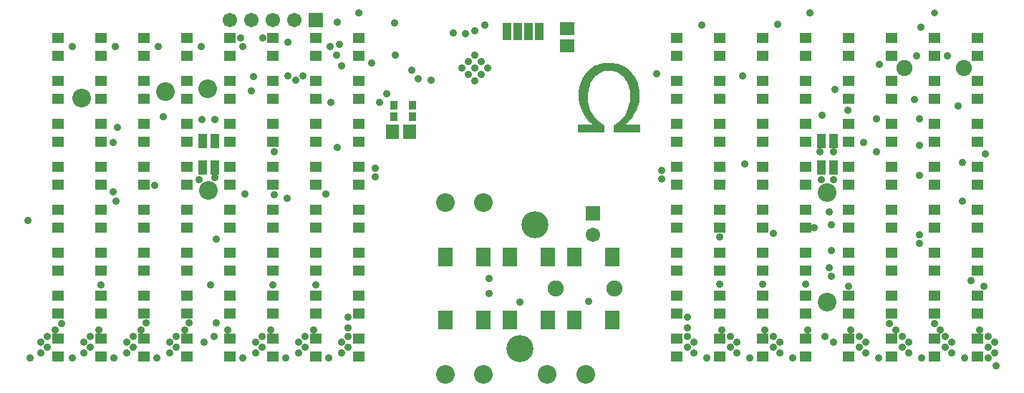
<source format=gts>
G04*
G04 #@! TF.GenerationSoftware,Altium Limited,Altium Designer,18.1.9 (240)*
G04*
G04 Layer_Color=8388736*
%FSLAX25Y25*%
%MOIN*%
G70*
G01*
G75*
%ADD21R,0.03950X0.07887*%
%ADD22R,0.03398X0.04343*%
%ADD23R,0.03398X0.04343*%
%ADD24R,0.06706X0.08674*%
%ADD25R,0.04343X0.06706*%
%ADD26R,0.05524X0.05131*%
%ADD27R,0.06312X0.06706*%
%ADD28R,0.06706X0.06312*%
%ADD29C,0.08674*%
%ADD30R,0.06706X0.06706*%
%ADD31C,0.06706*%
%ADD32R,0.06706X0.06706*%
%ADD33C,0.03599*%
%ADD34C,0.03600*%
%ADD35C,0.03200*%
%ADD36C,0.12611*%
%ADD37C,0.07500*%
G36*
X443112Y272567D02*
X443911Y272533D01*
X444674Y272428D01*
X445369Y272290D01*
X446063Y272151D01*
X446688Y271977D01*
X447278Y271769D01*
X447834Y271595D01*
X448320Y271422D01*
X448737Y271213D01*
X449119Y271040D01*
X449431Y270901D01*
X449674Y270762D01*
X449848Y270692D01*
X449952Y270623D01*
X449987Y270588D01*
X450577Y270206D01*
X451098Y269790D01*
X451618Y269338D01*
X452105Y268887D01*
X452556Y268436D01*
X452938Y267984D01*
X453320Y267533D01*
X453632Y267082D01*
X453945Y266700D01*
X454188Y266318D01*
X454431Y265971D01*
X454604Y265693D01*
X454743Y265450D01*
X454847Y265241D01*
X454882Y265137D01*
X454917Y265103D01*
X455229Y264443D01*
X455472Y263783D01*
X455715Y263123D01*
X455924Y262429D01*
X456236Y261144D01*
X456340Y260520D01*
X456445Y259929D01*
X456514Y259374D01*
X456549Y258888D01*
X456583Y258436D01*
X456618Y258054D01*
X456653Y257742D01*
Y257534D01*
Y257360D01*
Y257325D01*
X456618Y256596D01*
X456583Y255867D01*
X456375Y254444D01*
X456028Y253089D01*
X455611Y251839D01*
X455125Y250624D01*
X454570Y249513D01*
X453979Y248472D01*
X453354Y247534D01*
X452729Y246701D01*
X452139Y245972D01*
X451584Y245312D01*
X451098Y244757D01*
X450681Y244340D01*
X450334Y244027D01*
X450125Y243854D01*
X450091Y243784D01*
X457000D01*
Y240000D01*
X444570D01*
Y243541D01*
X445265Y243923D01*
X445924Y244305D01*
X446549Y244722D01*
X447105Y245173D01*
X447660Y245659D01*
X448146Y246145D01*
X448598Y246666D01*
X449014Y247187D01*
X449778Y248298D01*
X450403Y249409D01*
X450889Y250520D01*
X451306Y251631D01*
X451618Y252673D01*
X451861Y253645D01*
X452035Y254548D01*
X452139Y255346D01*
X452209Y255693D01*
X452243Y256006D01*
Y256249D01*
X452278Y256492D01*
Y256666D01*
Y256804D01*
Y256874D01*
Y256909D01*
X452243Y257846D01*
X452174Y258749D01*
X452035Y259582D01*
X451861Y260381D01*
X451653Y261144D01*
X451410Y261839D01*
X451167Y262499D01*
X450924Y263089D01*
X450681Y263644D01*
X450438Y264096D01*
X450195Y264512D01*
X449987Y264860D01*
X449813Y265137D01*
X449674Y265311D01*
X449605Y265450D01*
X449570Y265484D01*
X449049Y266109D01*
X448494Y266630D01*
X447903Y267116D01*
X447313Y267498D01*
X446688Y267845D01*
X446098Y268123D01*
X445508Y268366D01*
X444952Y268540D01*
X444397Y268713D01*
X443911Y268818D01*
X443494Y268887D01*
X443077Y268922D01*
X442765Y268956D01*
X442556Y268991D01*
X442348D01*
X441550Y268956D01*
X440786Y268852D01*
X440057Y268679D01*
X439397Y268436D01*
X438772Y268193D01*
X438182Y267880D01*
X437626Y267568D01*
X437140Y267255D01*
X436724Y266943D01*
X436342Y266630D01*
X435994Y266318D01*
X435717Y266075D01*
X435508Y265832D01*
X435369Y265658D01*
X435265Y265554D01*
X435231Y265519D01*
X434745Y264860D01*
X434328Y264130D01*
X433946Y263401D01*
X433633Y262672D01*
X433356Y261943D01*
X433113Y261179D01*
X432939Y260485D01*
X432800Y259790D01*
X432696Y259131D01*
X432592Y258541D01*
X432522Y258020D01*
X432488Y257568D01*
X432453Y257186D01*
Y256909D01*
Y256735D01*
Y256666D01*
X432488Y255798D01*
X432522Y254964D01*
X432627Y254131D01*
X432800Y253367D01*
X433147Y251909D01*
X433668Y250590D01*
X434224Y249409D01*
X434883Y248333D01*
X435578Y247361D01*
X436307Y246527D01*
X437036Y245798D01*
X437730Y245173D01*
X438355Y244687D01*
X438946Y244271D01*
X439432Y243923D01*
X439814Y243715D01*
X439953Y243646D01*
X440057Y243576D01*
X440126Y243541D01*
X440161D01*
Y240000D01*
X427731D01*
Y243784D01*
X434710D01*
X434120Y244305D01*
X433529Y244861D01*
X433008Y245382D01*
X432522Y245937D01*
X431620Y247083D01*
X430891Y248229D01*
X430231Y249374D01*
X429710Y250485D01*
X429259Y251596D01*
X428911Y252638D01*
X428634Y253610D01*
X428425Y254513D01*
X428287Y255311D01*
X428182Y255971D01*
X428148Y256284D01*
X428113Y256561D01*
Y256770D01*
X428078Y256978D01*
Y257117D01*
Y257221D01*
Y257291D01*
Y257325D01*
X428113Y258193D01*
X428148Y259027D01*
X428252Y259825D01*
X428391Y260589D01*
X428530Y261318D01*
X428703Y261978D01*
X428877Y262603D01*
X429050Y263193D01*
X429224Y263679D01*
X429398Y264165D01*
X429571Y264547D01*
X429710Y264860D01*
X429849Y265137D01*
X429953Y265346D01*
X429988Y265450D01*
X430023Y265484D01*
X430405Y266109D01*
X430786Y266700D01*
X431168Y267255D01*
X431585Y267776D01*
X432002Y268227D01*
X432418Y268679D01*
X432800Y269061D01*
X433182Y269408D01*
X433529Y269720D01*
X433877Y269998D01*
X434154Y270241D01*
X434432Y270415D01*
X434640Y270554D01*
X434779Y270692D01*
X434883Y270727D01*
X434918Y270762D01*
X435474Y271074D01*
X436064Y271387D01*
X436689Y271630D01*
X437314Y271838D01*
X438529Y272151D01*
X439709Y272359D01*
X440230Y272463D01*
X440716Y272498D01*
X441168Y272533D01*
X441550Y272567D01*
X441862Y272602D01*
X442279D01*
X443112Y272567D01*
D02*
G37*
D21*
X395000Y287000D02*
D03*
X400000D02*
D03*
X405000D02*
D03*
X410000D02*
D03*
D22*
X342200Y247300D02*
D03*
D23*
X350800D02*
D03*
Y252700D02*
D03*
X342200D02*
D03*
D24*
X426142Y152736D02*
D03*
X443858Y152736D02*
D03*
X426142Y182264D02*
D03*
X443858D02*
D03*
X396142Y152736D02*
D03*
X413858D02*
D03*
X396142Y182264D02*
D03*
X413858D02*
D03*
X366142Y152736D02*
D03*
X383858Y152736D02*
D03*
X366142Y182264D02*
D03*
X383858Y182264D02*
D03*
D25*
X253205Y223898D02*
D03*
X258785D02*
D03*
X253215Y236102D02*
D03*
X258785D02*
D03*
X541205Y223898D02*
D03*
X546785D02*
D03*
X541215Y236102D02*
D03*
X546785D02*
D03*
D26*
X186000Y144134D02*
D03*
Y135866D02*
D03*
Y164134D02*
D03*
Y155866D02*
D03*
Y184134D02*
D03*
Y175866D02*
D03*
Y204134D02*
D03*
Y195866D02*
D03*
Y224134D02*
D03*
Y215866D02*
D03*
Y244134D02*
D03*
Y235866D02*
D03*
Y264134D02*
D03*
Y255866D02*
D03*
Y284134D02*
D03*
Y275866D02*
D03*
X206000Y144134D02*
D03*
Y135866D02*
D03*
Y164134D02*
D03*
Y155866D02*
D03*
Y184134D02*
D03*
Y175866D02*
D03*
Y204134D02*
D03*
Y195866D02*
D03*
Y224134D02*
D03*
Y215866D02*
D03*
Y244134D02*
D03*
Y235866D02*
D03*
Y264134D02*
D03*
Y255866D02*
D03*
Y284134D02*
D03*
Y275866D02*
D03*
X226000Y144134D02*
D03*
Y135866D02*
D03*
Y164134D02*
D03*
Y155866D02*
D03*
Y184134D02*
D03*
Y175866D02*
D03*
Y204134D02*
D03*
Y195866D02*
D03*
Y224134D02*
D03*
Y215866D02*
D03*
Y244134D02*
D03*
Y235866D02*
D03*
Y264134D02*
D03*
Y255866D02*
D03*
Y284134D02*
D03*
Y275866D02*
D03*
X246000Y144134D02*
D03*
Y135866D02*
D03*
Y164134D02*
D03*
Y155866D02*
D03*
Y184134D02*
D03*
Y175866D02*
D03*
Y204134D02*
D03*
Y195866D02*
D03*
Y224134D02*
D03*
Y215866D02*
D03*
Y244134D02*
D03*
Y235866D02*
D03*
Y264134D02*
D03*
Y255866D02*
D03*
Y284134D02*
D03*
Y275866D02*
D03*
X266000Y144134D02*
D03*
Y135866D02*
D03*
Y164134D02*
D03*
Y155866D02*
D03*
Y184134D02*
D03*
Y175866D02*
D03*
Y204134D02*
D03*
Y195866D02*
D03*
Y224134D02*
D03*
Y215866D02*
D03*
Y244134D02*
D03*
Y235866D02*
D03*
Y264134D02*
D03*
Y255866D02*
D03*
Y284134D02*
D03*
Y275866D02*
D03*
X286000Y144134D02*
D03*
Y135866D02*
D03*
Y164134D02*
D03*
Y155866D02*
D03*
Y184134D02*
D03*
Y175866D02*
D03*
Y204134D02*
D03*
Y195866D02*
D03*
Y224134D02*
D03*
Y215866D02*
D03*
Y244134D02*
D03*
Y235866D02*
D03*
Y264134D02*
D03*
Y255866D02*
D03*
Y284134D02*
D03*
Y275866D02*
D03*
X306000Y144134D02*
D03*
Y135866D02*
D03*
Y164134D02*
D03*
Y155866D02*
D03*
Y184134D02*
D03*
Y175866D02*
D03*
Y204134D02*
D03*
Y195866D02*
D03*
Y224134D02*
D03*
Y215866D02*
D03*
Y244134D02*
D03*
Y235866D02*
D03*
Y264134D02*
D03*
Y255866D02*
D03*
Y284134D02*
D03*
Y275866D02*
D03*
X326000Y144134D02*
D03*
Y135866D02*
D03*
Y164134D02*
D03*
Y155866D02*
D03*
Y184134D02*
D03*
Y175866D02*
D03*
Y204134D02*
D03*
Y195866D02*
D03*
Y224134D02*
D03*
Y215866D02*
D03*
Y244134D02*
D03*
Y235866D02*
D03*
Y264134D02*
D03*
Y255866D02*
D03*
Y284134D02*
D03*
Y275866D02*
D03*
X474000Y144134D02*
D03*
Y135866D02*
D03*
Y164134D02*
D03*
Y155866D02*
D03*
Y184134D02*
D03*
Y175866D02*
D03*
Y204134D02*
D03*
Y195866D02*
D03*
Y224134D02*
D03*
Y215866D02*
D03*
Y244134D02*
D03*
Y235866D02*
D03*
Y264134D02*
D03*
Y255866D02*
D03*
Y284134D02*
D03*
Y275866D02*
D03*
X494000Y144134D02*
D03*
Y135866D02*
D03*
Y164134D02*
D03*
Y155866D02*
D03*
Y184134D02*
D03*
Y175866D02*
D03*
Y204134D02*
D03*
Y195866D02*
D03*
Y224134D02*
D03*
Y215866D02*
D03*
Y244134D02*
D03*
Y235866D02*
D03*
Y264134D02*
D03*
Y255866D02*
D03*
Y284134D02*
D03*
Y275866D02*
D03*
X514000Y144134D02*
D03*
Y135866D02*
D03*
Y164134D02*
D03*
Y155866D02*
D03*
Y184134D02*
D03*
Y175866D02*
D03*
Y204134D02*
D03*
Y195866D02*
D03*
Y224134D02*
D03*
Y215866D02*
D03*
Y244134D02*
D03*
Y235866D02*
D03*
Y264134D02*
D03*
Y255866D02*
D03*
Y284134D02*
D03*
Y275866D02*
D03*
X534000Y144134D02*
D03*
Y135866D02*
D03*
Y164134D02*
D03*
Y155866D02*
D03*
Y184134D02*
D03*
Y175866D02*
D03*
Y204134D02*
D03*
Y195866D02*
D03*
Y224134D02*
D03*
Y215866D02*
D03*
Y244134D02*
D03*
Y235866D02*
D03*
Y264134D02*
D03*
Y255866D02*
D03*
Y284134D02*
D03*
Y275866D02*
D03*
X554000Y144134D02*
D03*
Y135866D02*
D03*
Y164134D02*
D03*
Y155866D02*
D03*
Y184134D02*
D03*
Y175866D02*
D03*
Y204134D02*
D03*
Y195866D02*
D03*
Y224134D02*
D03*
Y215866D02*
D03*
Y244134D02*
D03*
Y235866D02*
D03*
Y264134D02*
D03*
Y255866D02*
D03*
Y284134D02*
D03*
Y275866D02*
D03*
X574000Y144134D02*
D03*
Y135866D02*
D03*
Y164134D02*
D03*
Y155866D02*
D03*
Y184134D02*
D03*
Y175866D02*
D03*
Y204134D02*
D03*
Y195866D02*
D03*
Y224134D02*
D03*
Y215866D02*
D03*
Y244134D02*
D03*
Y235866D02*
D03*
Y264134D02*
D03*
Y255866D02*
D03*
Y284134D02*
D03*
Y275866D02*
D03*
X594000Y144134D02*
D03*
Y135866D02*
D03*
Y164134D02*
D03*
Y155866D02*
D03*
Y184134D02*
D03*
Y175866D02*
D03*
Y204134D02*
D03*
Y195866D02*
D03*
Y224134D02*
D03*
Y215866D02*
D03*
Y244134D02*
D03*
Y235866D02*
D03*
Y264134D02*
D03*
Y255866D02*
D03*
Y284134D02*
D03*
Y275866D02*
D03*
X614000Y144134D02*
D03*
Y135866D02*
D03*
Y164134D02*
D03*
Y155866D02*
D03*
Y184134D02*
D03*
Y175866D02*
D03*
Y204134D02*
D03*
Y195866D02*
D03*
Y224134D02*
D03*
Y215866D02*
D03*
Y244134D02*
D03*
Y235866D02*
D03*
Y264134D02*
D03*
Y255866D02*
D03*
Y284134D02*
D03*
Y275866D02*
D03*
D27*
X349437Y240500D02*
D03*
X341563D02*
D03*
D28*
X423000Y280563D02*
D03*
Y288437D02*
D03*
D29*
X383858Y127500D02*
D03*
X366142D02*
D03*
X366142Y207500D02*
D03*
X383858D02*
D03*
X431358Y127500D02*
D03*
X413642D02*
D03*
X197000Y256000D02*
D03*
X544000Y161000D02*
D03*
X255500Y260500D02*
D03*
X236000Y259000D02*
D03*
X544000Y212000D02*
D03*
X256000Y213000D02*
D03*
D30*
X306000Y292500D02*
D03*
D31*
X296000D02*
D03*
X286000D02*
D03*
X276000D02*
D03*
X266000D02*
D03*
X435000Y192500D02*
D03*
D32*
Y202500D02*
D03*
D33*
X404986Y289000D02*
D03*
X423000D02*
D03*
X400000D02*
D03*
D34*
X433000Y161604D02*
D03*
X547500Y260000D02*
D03*
X561000Y235500D02*
D03*
X380000Y287500D02*
D03*
X384500Y290000D02*
D03*
X339000Y258000D02*
D03*
X370000Y286500D02*
D03*
X375500Y286000D02*
D03*
X276000Y259500D02*
D03*
X293000Y266500D02*
D03*
X296500Y264500D02*
D03*
X318000Y271000D02*
D03*
X316000Y233000D02*
D03*
X315500Y276000D02*
D03*
X332000Y272500D02*
D03*
X343000Y276000D02*
D03*
X350500Y269000D02*
D03*
X317000Y281000D02*
D03*
X293000Y282000D02*
D03*
X553500Y250500D02*
D03*
X464500Y267500D02*
D03*
X335500Y254000D02*
D03*
X333500Y219500D02*
D03*
Y223500D02*
D03*
X353500Y265000D02*
D03*
X359500Y264500D02*
D03*
X259500Y190500D02*
D03*
X257000Y169000D02*
D03*
X184500Y148000D02*
D03*
X467000Y222500D02*
D03*
Y218500D02*
D03*
X554000Y168500D02*
D03*
X546000Y173000D02*
D03*
X380000Y270000D02*
D03*
X536000Y295862D02*
D03*
X541500Y248000D02*
D03*
X587000Y246500D02*
D03*
X504500Y266500D02*
D03*
X540500Y231000D02*
D03*
X547000D02*
D03*
X599866Y275866D02*
D03*
X259000Y219000D02*
D03*
X587000Y234000D02*
D03*
X607000Y226000D02*
D03*
X584500Y255500D02*
D03*
X546000Y197000D02*
D03*
Y185000D02*
D03*
X546785Y218215D02*
D03*
X541205Y218205D02*
D03*
X251500Y218000D02*
D03*
X235000Y247500D02*
D03*
X259000Y246000D02*
D03*
X253000D02*
D03*
X494000Y191500D02*
D03*
X562000Y137500D02*
D03*
X301000Y145000D02*
D03*
X298000Y142500D02*
D03*
X301000Y140000D02*
D03*
X298000Y137500D02*
D03*
X479000Y145000D02*
D03*
X482000Y142500D02*
D03*
X479000Y140000D02*
D03*
X482000Y137500D02*
D03*
X321000Y145000D02*
D03*
X318000Y142500D02*
D03*
Y137500D02*
D03*
X285000Y148000D02*
D03*
X281000Y145000D02*
D03*
X278000Y142500D02*
D03*
X281000Y140000D02*
D03*
X278000Y137500D02*
D03*
X265000Y148000D02*
D03*
X245000D02*
D03*
X247000Y151500D02*
D03*
X241000Y145000D02*
D03*
X238000Y142500D02*
D03*
X241000Y140000D02*
D03*
X238000Y137500D02*
D03*
X221000Y145000D02*
D03*
X218000Y142500D02*
D03*
X221000Y140000D02*
D03*
X218000Y137500D02*
D03*
X205000Y148000D02*
D03*
X201000Y145000D02*
D03*
X198000Y142500D02*
D03*
X201000Y140000D02*
D03*
X198000Y137500D02*
D03*
X181000Y145000D02*
D03*
X178000Y142500D02*
D03*
X181000Y140000D02*
D03*
X178000Y137500D02*
D03*
X321000Y149000D02*
D03*
Y154000D02*
D03*
Y140000D02*
D03*
X495000Y148000D02*
D03*
X499000Y145000D02*
D03*
X502000Y142500D02*
D03*
X499000Y140000D02*
D03*
X502000Y137500D02*
D03*
X515000Y148000D02*
D03*
X519000Y145000D02*
D03*
X522000Y142500D02*
D03*
X519000Y140000D02*
D03*
X522000Y137500D02*
D03*
X535000Y148000D02*
D03*
X555000D02*
D03*
X559000Y145000D02*
D03*
X562000Y142500D02*
D03*
X559000Y140000D02*
D03*
X579000Y145000D02*
D03*
X582000Y142500D02*
D03*
X579000Y140000D02*
D03*
X582000Y137500D02*
D03*
X599000Y145000D02*
D03*
X602000Y142500D02*
D03*
X599000Y140000D02*
D03*
X602000Y137500D02*
D03*
X615000Y148000D02*
D03*
X619000Y145000D02*
D03*
X622000Y142500D02*
D03*
X619000Y140000D02*
D03*
X622000Y137500D02*
D03*
X619000Y135000D02*
D03*
X479000Y149000D02*
D03*
Y154000D02*
D03*
X192500Y280000D02*
D03*
X212500D02*
D03*
X232500D02*
D03*
X252500D02*
D03*
X312500D02*
D03*
X326000Y295862D02*
D03*
X300000Y266500D02*
D03*
X281134Y284134D02*
D03*
X271000D02*
D03*
X277000Y266000D02*
D03*
X386500Y172104D02*
D03*
Y165104D02*
D03*
X316000Y291500D02*
D03*
X377000Y267000D02*
D03*
X380000Y264000D02*
D03*
X383000Y267000D02*
D03*
X386000Y270000D02*
D03*
X383000Y273000D02*
D03*
X380000Y276000D02*
D03*
X377000Y273000D02*
D03*
X374000Y270000D02*
D03*
X342500Y291000D02*
D03*
X172000Y199000D02*
D03*
X173000Y135000D02*
D03*
X206000Y169000D02*
D03*
X187500Y151000D02*
D03*
X213500Y242500D02*
D03*
X213000Y208000D02*
D03*
X211500Y235500D02*
D03*
Y212500D02*
D03*
X212000Y135000D02*
D03*
X224500Y148000D02*
D03*
X227000Y151500D02*
D03*
X232000Y135000D02*
D03*
X231000Y215500D02*
D03*
X192500Y135000D02*
D03*
X254000Y142500D02*
D03*
X258500Y145000D02*
D03*
X259500Y151500D02*
D03*
X272000Y280000D02*
D03*
X273000Y211500D02*
D03*
X272000Y135000D02*
D03*
X286000Y169000D02*
D03*
X305000Y148000D02*
D03*
X292000Y135000D02*
D03*
X286500Y231000D02*
D03*
Y211000D02*
D03*
X292500Y209500D02*
D03*
X306000Y169000D02*
D03*
X310500Y211500D02*
D03*
X313000Y254000D02*
D03*
X312000Y135000D02*
D03*
X521000Y290500D02*
D03*
X485500Y290000D02*
D03*
X488000Y135000D02*
D03*
X545000Y203000D02*
D03*
Y177000D02*
D03*
X547000Y142500D02*
D03*
X543000Y145000D02*
D03*
X537866Y195866D02*
D03*
X611000Y171000D02*
D03*
X622500Y131500D02*
D03*
X617500Y230000D02*
D03*
X607000Y208000D02*
D03*
X608000Y135000D02*
D03*
X587000Y220000D02*
D03*
Y188500D02*
D03*
X617000Y168500D02*
D03*
X494000Y169500D02*
D03*
X514000Y169500D02*
D03*
X534000D02*
D03*
X596500Y148000D02*
D03*
X594000Y151000D02*
D03*
X576000Y148000D02*
D03*
X573000Y151000D02*
D03*
X587000Y192500D02*
D03*
X588000Y135000D02*
D03*
X567000Y231000D02*
D03*
Y246500D02*
D03*
X568000Y135000D02*
D03*
X528000D02*
D03*
X505500Y225500D02*
D03*
X508000Y135000D02*
D03*
X519000Y193000D02*
D03*
X587500Y289000D02*
D03*
X605000Y252500D02*
D03*
X585451Y275710D02*
D03*
X568299Y271701D02*
D03*
X401000Y161000D02*
D03*
D35*
X594000Y295862D02*
D03*
D36*
X408000Y197104D02*
D03*
X401000Y139604D02*
D03*
D37*
X607500Y270000D02*
D03*
X579900D02*
D03*
X417400Y167500D02*
D03*
X445000D02*
D03*
M02*

</source>
